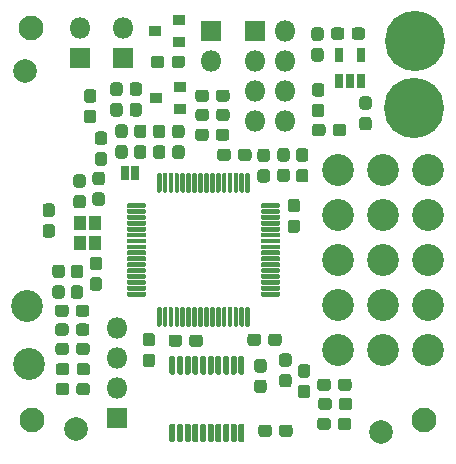
<source format=gts>
%TF.GenerationSoftware,KiCad,Pcbnew,(5.1.6-0-10_14)*%
%TF.CreationDate,2022-07-07T23:15:08-05:00*%
%TF.ProjectId,small_led_driver_v2,736d616c-6c5f-46c6-9564-5f6472697665,rev?*%
%TF.SameCoordinates,Original*%
%TF.FileFunction,Soldermask,Top*%
%TF.FilePolarity,Negative*%
%FSLAX46Y46*%
G04 Gerber Fmt 4.6, Leading zero omitted, Abs format (unit mm)*
G04 Created by KiCad (PCBNEW (5.1.6-0-10_14)) date 2022-07-07 23:15:08*
%MOMM*%
%LPD*%
G01*
G04 APERTURE LIST*
%ADD10C,2.700000*%
%ADD11O,1.800000X1.800000*%
%ADD12R,1.800000X1.800000*%
%ADD13C,5.100000*%
%ADD14R,1.000000X0.900000*%
%ADD15R,0.750000X1.160000*%
%ADD16R,0.675000X1.240000*%
%ADD17R,1.100000X1.300000*%
%ADD18C,2.100000*%
%ADD19C,2.000000*%
G04 APERTURE END LIST*
D10*
%TO.C,J13*%
X119806900Y-99585200D03*
%TD*%
%TO.C,J17*%
X119806900Y-107205200D03*
%TD*%
%TO.C,J19*%
X119806900Y-103395200D03*
%TD*%
%TO.C,J22*%
X119806900Y-95775200D03*
%TD*%
%TO.C,J23*%
X119806900Y-91965200D03*
%TD*%
%TO.C,C1*%
G36*
G01*
X95267500Y-101025000D02*
X95792500Y-101025000D01*
G75*
G02*
X96055000Y-101287500I0J-262500D01*
G01*
X96055000Y-101912500D01*
G75*
G02*
X95792500Y-102175000I-262500J0D01*
G01*
X95267500Y-102175000D01*
G75*
G02*
X95005000Y-101912500I0J262500D01*
G01*
X95005000Y-101287500D01*
G75*
G02*
X95267500Y-101025000I262500J0D01*
G01*
G37*
G36*
G01*
X95267500Y-99275000D02*
X95792500Y-99275000D01*
G75*
G02*
X96055000Y-99537500I0J-262500D01*
G01*
X96055000Y-100162500D01*
G75*
G02*
X95792500Y-100425000I-262500J0D01*
G01*
X95267500Y-100425000D01*
G75*
G02*
X95005000Y-100162500I0J262500D01*
G01*
X95005000Y-99537500D01*
G75*
G02*
X95267500Y-99275000I262500J0D01*
G01*
G37*
%TD*%
%TO.C,C2*%
G36*
G01*
X94402500Y-95200000D02*
X93877500Y-95200000D01*
G75*
G02*
X93615000Y-94937500I0J262500D01*
G01*
X93615000Y-94312500D01*
G75*
G02*
X93877500Y-94050000I262500J0D01*
G01*
X94402500Y-94050000D01*
G75*
G02*
X94665000Y-94312500I0J-262500D01*
G01*
X94665000Y-94937500D01*
G75*
G02*
X94402500Y-95200000I-262500J0D01*
G01*
G37*
G36*
G01*
X94402500Y-93450000D02*
X93877500Y-93450000D01*
G75*
G02*
X93615000Y-93187500I0J262500D01*
G01*
X93615000Y-92562500D01*
G75*
G02*
X93877500Y-92300000I262500J0D01*
G01*
X94402500Y-92300000D01*
G75*
G02*
X94665000Y-92562500I0J-262500D01*
G01*
X94665000Y-93187500D01*
G75*
G02*
X94402500Y-93450000I-262500J0D01*
G01*
G37*
%TD*%
%TO.C,C3*%
G36*
G01*
X97952500Y-90985000D02*
X97427500Y-90985000D01*
G75*
G02*
X97165000Y-90722500I0J262500D01*
G01*
X97165000Y-90097500D01*
G75*
G02*
X97427500Y-89835000I262500J0D01*
G01*
X97952500Y-89835000D01*
G75*
G02*
X98215000Y-90097500I0J-262500D01*
G01*
X98215000Y-90722500D01*
G75*
G02*
X97952500Y-90985000I-262500J0D01*
G01*
G37*
G36*
G01*
X97952500Y-89235000D02*
X97427500Y-89235000D01*
G75*
G02*
X97165000Y-88972500I0J262500D01*
G01*
X97165000Y-88347500D01*
G75*
G02*
X97427500Y-88085000I262500J0D01*
G01*
X97952500Y-88085000D01*
G75*
G02*
X98215000Y-88347500I0J-262500D01*
G01*
X98215000Y-88972500D01*
G75*
G02*
X97952500Y-89235000I-262500J0D01*
G01*
G37*
%TD*%
%TO.C,C4*%
G36*
G01*
X99542500Y-89245000D02*
X99017500Y-89245000D01*
G75*
G02*
X98755000Y-88982500I0J262500D01*
G01*
X98755000Y-88357500D01*
G75*
G02*
X99017500Y-88095000I262500J0D01*
G01*
X99542500Y-88095000D01*
G75*
G02*
X99805000Y-88357500I0J-262500D01*
G01*
X99805000Y-88982500D01*
G75*
G02*
X99542500Y-89245000I-262500J0D01*
G01*
G37*
G36*
G01*
X99542500Y-90995000D02*
X99017500Y-90995000D01*
G75*
G02*
X98755000Y-90732500I0J262500D01*
G01*
X98755000Y-90107500D01*
G75*
G02*
X99017500Y-89845000I262500J0D01*
G01*
X99542500Y-89845000D01*
G75*
G02*
X99805000Y-90107500I0J-262500D01*
G01*
X99805000Y-90732500D01*
G75*
G02*
X99542500Y-90995000I-262500J0D01*
G01*
G37*
%TD*%
%TO.C,C5*%
G36*
G01*
X109187500Y-107940000D02*
X109712500Y-107940000D01*
G75*
G02*
X109975000Y-108202500I0J-262500D01*
G01*
X109975000Y-108827500D01*
G75*
G02*
X109712500Y-109090000I-262500J0D01*
G01*
X109187500Y-109090000D01*
G75*
G02*
X108925000Y-108827500I0J262500D01*
G01*
X108925000Y-108202500D01*
G75*
G02*
X109187500Y-107940000I262500J0D01*
G01*
G37*
G36*
G01*
X109187500Y-109690000D02*
X109712500Y-109690000D01*
G75*
G02*
X109975000Y-109952500I0J-262500D01*
G01*
X109975000Y-110577500D01*
G75*
G02*
X109712500Y-110840000I-262500J0D01*
G01*
X109187500Y-110840000D01*
G75*
G02*
X108925000Y-110577500I0J262500D01*
G01*
X108925000Y-109952500D01*
G75*
G02*
X109187500Y-109690000I262500J0D01*
G01*
G37*
%TD*%
%TO.C,C6*%
G36*
G01*
X96218620Y-91579360D02*
X95693620Y-91579360D01*
G75*
G02*
X95431120Y-91316860I0J262500D01*
G01*
X95431120Y-90691860D01*
G75*
G02*
X95693620Y-90429360I262500J0D01*
G01*
X96218620Y-90429360D01*
G75*
G02*
X96481120Y-90691860I0J-262500D01*
G01*
X96481120Y-91316860D01*
G75*
G02*
X96218620Y-91579360I-262500J0D01*
G01*
G37*
G36*
G01*
X96218620Y-89829360D02*
X95693620Y-89829360D01*
G75*
G02*
X95431120Y-89566860I0J262500D01*
G01*
X95431120Y-88941860D01*
G75*
G02*
X95693620Y-88679360I262500J0D01*
G01*
X96218620Y-88679360D01*
G75*
G02*
X96481120Y-88941860I0J-262500D01*
G01*
X96481120Y-89566860D01*
G75*
G02*
X96218620Y-89829360I-262500J0D01*
G01*
G37*
%TD*%
%TO.C,C7*%
G36*
G01*
X111022380Y-114285640D02*
X111022380Y-113760640D01*
G75*
G02*
X111284880Y-113498140I262500J0D01*
G01*
X111909880Y-113498140D01*
G75*
G02*
X112172380Y-113760640I0J-262500D01*
G01*
X112172380Y-114285640D01*
G75*
G02*
X111909880Y-114548140I-262500J0D01*
G01*
X111284880Y-114548140D01*
G75*
G02*
X111022380Y-114285640I0J262500D01*
G01*
G37*
G36*
G01*
X109272380Y-114285640D02*
X109272380Y-113760640D01*
G75*
G02*
X109534880Y-113498140I262500J0D01*
G01*
X110159880Y-113498140D01*
G75*
G02*
X110422380Y-113760640I0J-262500D01*
G01*
X110422380Y-114285640D01*
G75*
G02*
X110159880Y-114548140I-262500J0D01*
G01*
X109534880Y-114548140D01*
G75*
G02*
X109272380Y-114285640I0J262500D01*
G01*
G37*
%TD*%
%TO.C,C8*%
G36*
G01*
X101142500Y-91005000D02*
X100617500Y-91005000D01*
G75*
G02*
X100355000Y-90742500I0J262500D01*
G01*
X100355000Y-90117500D01*
G75*
G02*
X100617500Y-89855000I262500J0D01*
G01*
X101142500Y-89855000D01*
G75*
G02*
X101405000Y-90117500I0J-262500D01*
G01*
X101405000Y-90742500D01*
G75*
G02*
X101142500Y-91005000I-262500J0D01*
G01*
G37*
G36*
G01*
X101142500Y-89255000D02*
X100617500Y-89255000D01*
G75*
G02*
X100355000Y-88992500I0J262500D01*
G01*
X100355000Y-88367500D01*
G75*
G02*
X100617500Y-88105000I262500J0D01*
G01*
X101142500Y-88105000D01*
G75*
G02*
X101405000Y-88367500I0J-262500D01*
G01*
X101405000Y-88992500D01*
G75*
G02*
X101142500Y-89255000I-262500J0D01*
G01*
G37*
%TD*%
%TO.C,C9*%
G36*
G01*
X103425000Y-106662500D02*
X103425000Y-106137500D01*
G75*
G02*
X103687500Y-105875000I262500J0D01*
G01*
X104312500Y-105875000D01*
G75*
G02*
X104575000Y-106137500I0J-262500D01*
G01*
X104575000Y-106662500D01*
G75*
G02*
X104312500Y-106925000I-262500J0D01*
G01*
X103687500Y-106925000D01*
G75*
G02*
X103425000Y-106662500I0J262500D01*
G01*
G37*
G36*
G01*
X101675000Y-106662500D02*
X101675000Y-106137500D01*
G75*
G02*
X101937500Y-105875000I262500J0D01*
G01*
X102562500Y-105875000D01*
G75*
G02*
X102825000Y-106137500I0J-262500D01*
G01*
X102825000Y-106662500D01*
G75*
G02*
X102562500Y-106925000I-262500J0D01*
G01*
X101937500Y-106925000D01*
G75*
G02*
X101675000Y-106662500I0J262500D01*
G01*
G37*
%TD*%
%TO.C,C10*%
G36*
G01*
X108355000Y-106582500D02*
X108355000Y-106057500D01*
G75*
G02*
X108617500Y-105795000I262500J0D01*
G01*
X109242500Y-105795000D01*
G75*
G02*
X109505000Y-106057500I0J-262500D01*
G01*
X109505000Y-106582500D01*
G75*
G02*
X109242500Y-106845000I-262500J0D01*
G01*
X108617500Y-106845000D01*
G75*
G02*
X108355000Y-106582500I0J262500D01*
G01*
G37*
G36*
G01*
X110105000Y-106582500D02*
X110105000Y-106057500D01*
G75*
G02*
X110367500Y-105795000I262500J0D01*
G01*
X110992500Y-105795000D01*
G75*
G02*
X111255000Y-106057500I0J-262500D01*
G01*
X111255000Y-106582500D01*
G75*
G02*
X110992500Y-106845000I-262500J0D01*
G01*
X110367500Y-106845000D01*
G75*
G02*
X110105000Y-106582500I0J262500D01*
G01*
G37*
%TD*%
%TO.C,C11*%
G36*
G01*
X99747500Y-107485000D02*
X100272500Y-107485000D01*
G75*
G02*
X100535000Y-107747500I0J-262500D01*
G01*
X100535000Y-108372500D01*
G75*
G02*
X100272500Y-108635000I-262500J0D01*
G01*
X99747500Y-108635000D01*
G75*
G02*
X99485000Y-108372500I0J262500D01*
G01*
X99485000Y-107747500D01*
G75*
G02*
X99747500Y-107485000I262500J0D01*
G01*
G37*
G36*
G01*
X99747500Y-105735000D02*
X100272500Y-105735000D01*
G75*
G02*
X100535000Y-105997500I0J-262500D01*
G01*
X100535000Y-106622500D01*
G75*
G02*
X100272500Y-106885000I-262500J0D01*
G01*
X99747500Y-106885000D01*
G75*
G02*
X99485000Y-106622500I0J262500D01*
G01*
X99485000Y-105997500D01*
G75*
G02*
X99747500Y-105735000I262500J0D01*
G01*
G37*
%TD*%
%TO.C,C12*%
G36*
G01*
X102772500Y-91010000D02*
X102247500Y-91010000D01*
G75*
G02*
X101985000Y-90747500I0J262500D01*
G01*
X101985000Y-90122500D01*
G75*
G02*
X102247500Y-89860000I262500J0D01*
G01*
X102772500Y-89860000D01*
G75*
G02*
X103035000Y-90122500I0J-262500D01*
G01*
X103035000Y-90747500D01*
G75*
G02*
X102772500Y-91010000I-262500J0D01*
G01*
G37*
G36*
G01*
X102772500Y-89260000D02*
X102247500Y-89260000D01*
G75*
G02*
X101985000Y-88997500I0J262500D01*
G01*
X101985000Y-88372500D01*
G75*
G02*
X102247500Y-88110000I262500J0D01*
G01*
X102772500Y-88110000D01*
G75*
G02*
X103035000Y-88372500I0J-262500D01*
G01*
X103035000Y-88997500D01*
G75*
G02*
X102772500Y-89260000I-262500J0D01*
G01*
G37*
%TD*%
%TO.C,C13*%
G36*
G01*
X117170000Y-80662500D02*
X117170000Y-80137500D01*
G75*
G02*
X117432500Y-79875000I262500J0D01*
G01*
X118057500Y-79875000D01*
G75*
G02*
X118320000Y-80137500I0J-262500D01*
G01*
X118320000Y-80662500D01*
G75*
G02*
X118057500Y-80925000I-262500J0D01*
G01*
X117432500Y-80925000D01*
G75*
G02*
X117170000Y-80662500I0J262500D01*
G01*
G37*
G36*
G01*
X115420000Y-80662500D02*
X115420000Y-80137500D01*
G75*
G02*
X115682500Y-79875000I262500J0D01*
G01*
X116307500Y-79875000D01*
G75*
G02*
X116570000Y-80137500I0J-262500D01*
G01*
X116570000Y-80662500D01*
G75*
G02*
X116307500Y-80925000I-262500J0D01*
G01*
X115682500Y-80925000D01*
G75*
G02*
X115420000Y-80662500I0J262500D01*
G01*
G37*
%TD*%
%TO.C,C14*%
G36*
G01*
X118087500Y-87445000D02*
X118612500Y-87445000D01*
G75*
G02*
X118875000Y-87707500I0J-262500D01*
G01*
X118875000Y-88332500D01*
G75*
G02*
X118612500Y-88595000I-262500J0D01*
G01*
X118087500Y-88595000D01*
G75*
G02*
X117825000Y-88332500I0J262500D01*
G01*
X117825000Y-87707500D01*
G75*
G02*
X118087500Y-87445000I262500J0D01*
G01*
G37*
G36*
G01*
X118087500Y-85695000D02*
X118612500Y-85695000D01*
G75*
G02*
X118875000Y-85957500I0J-262500D01*
G01*
X118875000Y-86582500D01*
G75*
G02*
X118612500Y-86845000I-262500J0D01*
G01*
X118087500Y-86845000D01*
G75*
G02*
X117825000Y-86582500I0J262500D01*
G01*
X117825000Y-85957500D01*
G75*
G02*
X118087500Y-85695000I262500J0D01*
G01*
G37*
%TD*%
%TO.C,C15*%
G36*
G01*
X112730500Y-90099000D02*
X113255500Y-90099000D01*
G75*
G02*
X113518000Y-90361500I0J-262500D01*
G01*
X113518000Y-90986500D01*
G75*
G02*
X113255500Y-91249000I-262500J0D01*
G01*
X112730500Y-91249000D01*
G75*
G02*
X112468000Y-90986500I0J262500D01*
G01*
X112468000Y-90361500D01*
G75*
G02*
X112730500Y-90099000I262500J0D01*
G01*
G37*
G36*
G01*
X112730500Y-91849000D02*
X113255500Y-91849000D01*
G75*
G02*
X113518000Y-92111500I0J-262500D01*
G01*
X113518000Y-92736500D01*
G75*
G02*
X113255500Y-92999000I-262500J0D01*
G01*
X112730500Y-92999000D01*
G75*
G02*
X112468000Y-92736500I0J262500D01*
G01*
X112468000Y-92111500D01*
G75*
G02*
X112730500Y-91849000I262500J0D01*
G01*
G37*
%TD*%
%TO.C,C16*%
G36*
G01*
X111142500Y-91830000D02*
X111667500Y-91830000D01*
G75*
G02*
X111930000Y-92092500I0J-262500D01*
G01*
X111930000Y-92717500D01*
G75*
G02*
X111667500Y-92980000I-262500J0D01*
G01*
X111142500Y-92980000D01*
G75*
G02*
X110880000Y-92717500I0J262500D01*
G01*
X110880000Y-92092500D01*
G75*
G02*
X111142500Y-91830000I262500J0D01*
G01*
G37*
G36*
G01*
X111142500Y-90080000D02*
X111667500Y-90080000D01*
G75*
G02*
X111930000Y-90342500I0J-262500D01*
G01*
X111930000Y-90967500D01*
G75*
G02*
X111667500Y-91230000I-262500J0D01*
G01*
X111142500Y-91230000D01*
G75*
G02*
X110880000Y-90967500I0J262500D01*
G01*
X110880000Y-90342500D01*
G75*
G02*
X111142500Y-90080000I262500J0D01*
G01*
G37*
%TD*%
%TO.C,C17*%
G36*
G01*
X114077500Y-84580000D02*
X114602500Y-84580000D01*
G75*
G02*
X114865000Y-84842500I0J-262500D01*
G01*
X114865000Y-85467500D01*
G75*
G02*
X114602500Y-85730000I-262500J0D01*
G01*
X114077500Y-85730000D01*
G75*
G02*
X113815000Y-85467500I0J262500D01*
G01*
X113815000Y-84842500D01*
G75*
G02*
X114077500Y-84580000I262500J0D01*
G01*
G37*
G36*
G01*
X114077500Y-86330000D02*
X114602500Y-86330000D01*
G75*
G02*
X114865000Y-86592500I0J-262500D01*
G01*
X114865000Y-87217500D01*
G75*
G02*
X114602500Y-87480000I-262500J0D01*
G01*
X114077500Y-87480000D01*
G75*
G02*
X113815000Y-87217500I0J262500D01*
G01*
X113815000Y-86592500D01*
G75*
G02*
X114077500Y-86330000I262500J0D01*
G01*
G37*
%TD*%
D11*
%TO.C,J3*%
X97309280Y-105287704D03*
X97309280Y-107827704D03*
X97309280Y-110367704D03*
D12*
X97309280Y-112907704D03*
%TD*%
D13*
%TO.C,J20*%
X122555000Y-80987900D03*
%TD*%
%TO.C,J21*%
X122491500Y-86702900D03*
%TD*%
D14*
%TO.C,Q1*%
X100563740Y-80155660D03*
X102563740Y-79205660D03*
X102563740Y-81105660D03*
%TD*%
%TO.C,Q2*%
X102608340Y-86774160D03*
X102608340Y-84874160D03*
X100608340Y-85824160D03*
%TD*%
%TO.C,R1*%
G36*
G01*
X107550000Y-90922500D02*
X107550000Y-90397500D01*
G75*
G02*
X107812500Y-90135000I262500J0D01*
G01*
X108437500Y-90135000D01*
G75*
G02*
X108700000Y-90397500I0J-262500D01*
G01*
X108700000Y-90922500D01*
G75*
G02*
X108437500Y-91185000I-262500J0D01*
G01*
X107812500Y-91185000D01*
G75*
G02*
X107550000Y-90922500I0J262500D01*
G01*
G37*
G36*
G01*
X105800000Y-90922500D02*
X105800000Y-90397500D01*
G75*
G02*
X106062500Y-90135000I262500J0D01*
G01*
X106687500Y-90135000D01*
G75*
G02*
X106950000Y-90397500I0J-262500D01*
G01*
X106950000Y-90922500D01*
G75*
G02*
X106687500Y-91185000I-262500J0D01*
G01*
X106062500Y-91185000D01*
G75*
G02*
X105800000Y-90922500I0J262500D01*
G01*
G37*
%TD*%
%TO.C,R2*%
G36*
G01*
X109467500Y-90125000D02*
X109992500Y-90125000D01*
G75*
G02*
X110255000Y-90387500I0J-262500D01*
G01*
X110255000Y-91012500D01*
G75*
G02*
X109992500Y-91275000I-262500J0D01*
G01*
X109467500Y-91275000D01*
G75*
G02*
X109205000Y-91012500I0J262500D01*
G01*
X109205000Y-90387500D01*
G75*
G02*
X109467500Y-90125000I262500J0D01*
G01*
G37*
G36*
G01*
X109467500Y-91875000D02*
X109992500Y-91875000D01*
G75*
G02*
X110255000Y-92137500I0J-262500D01*
G01*
X110255000Y-92762500D01*
G75*
G02*
X109992500Y-93025000I-262500J0D01*
G01*
X109467500Y-93025000D01*
G75*
G02*
X109205000Y-92762500I0J262500D01*
G01*
X109205000Y-92137500D01*
G75*
G02*
X109467500Y-91875000I262500J0D01*
G01*
G37*
%TD*%
%TO.C,R3*%
G36*
G01*
X95492960Y-92084260D02*
X96017960Y-92084260D01*
G75*
G02*
X96280460Y-92346760I0J-262500D01*
G01*
X96280460Y-92971760D01*
G75*
G02*
X96017960Y-93234260I-262500J0D01*
G01*
X95492960Y-93234260D01*
G75*
G02*
X95230460Y-92971760I0J262500D01*
G01*
X95230460Y-92346760D01*
G75*
G02*
X95492960Y-92084260I262500J0D01*
G01*
G37*
G36*
G01*
X95492960Y-93834260D02*
X96017960Y-93834260D01*
G75*
G02*
X96280460Y-94096760I0J-262500D01*
G01*
X96280460Y-94721760D01*
G75*
G02*
X96017960Y-94984260I-262500J0D01*
G01*
X95492960Y-94984260D01*
G75*
G02*
X95230460Y-94721760I0J262500D01*
G01*
X95230460Y-94096760D01*
G75*
G02*
X95492960Y-93834260I262500J0D01*
G01*
G37*
%TD*%
%TO.C,R4*%
G36*
G01*
X112545500Y-95535000D02*
X112020500Y-95535000D01*
G75*
G02*
X111758000Y-95272500I0J262500D01*
G01*
X111758000Y-94647500D01*
G75*
G02*
X112020500Y-94385000I262500J0D01*
G01*
X112545500Y-94385000D01*
G75*
G02*
X112808000Y-94647500I0J-262500D01*
G01*
X112808000Y-95272500D01*
G75*
G02*
X112545500Y-95535000I-262500J0D01*
G01*
G37*
G36*
G01*
X112545500Y-97285000D02*
X112020500Y-97285000D01*
G75*
G02*
X111758000Y-97022500I0J262500D01*
G01*
X111758000Y-96397500D01*
G75*
G02*
X112020500Y-96135000I262500J0D01*
G01*
X112545500Y-96135000D01*
G75*
G02*
X112808000Y-96397500I0J-262500D01*
G01*
X112808000Y-97022500D01*
G75*
G02*
X112545500Y-97285000I-262500J0D01*
G01*
G37*
%TD*%
%TO.C,R5*%
G36*
G01*
X105672900Y-89225140D02*
X105672900Y-88700140D01*
G75*
G02*
X105935400Y-88437640I262500J0D01*
G01*
X106560400Y-88437640D01*
G75*
G02*
X106822900Y-88700140I0J-262500D01*
G01*
X106822900Y-89225140D01*
G75*
G02*
X106560400Y-89487640I-262500J0D01*
G01*
X105935400Y-89487640D01*
G75*
G02*
X105672900Y-89225140I0J262500D01*
G01*
G37*
G36*
G01*
X103922900Y-89225140D02*
X103922900Y-88700140D01*
G75*
G02*
X104185400Y-88437640I262500J0D01*
G01*
X104810400Y-88437640D01*
G75*
G02*
X105072900Y-88700140I0J-262500D01*
G01*
X105072900Y-89225140D01*
G75*
G02*
X104810400Y-89487640I-262500J0D01*
G01*
X104185400Y-89487640D01*
G75*
G02*
X103922900Y-89225140I0J262500D01*
G01*
G37*
%TD*%
%TO.C,R6*%
G36*
G01*
X91266400Y-96527900D02*
X91791400Y-96527900D01*
G75*
G02*
X92053900Y-96790400I0J-262500D01*
G01*
X92053900Y-97415400D01*
G75*
G02*
X91791400Y-97677900I-262500J0D01*
G01*
X91266400Y-97677900D01*
G75*
G02*
X91003900Y-97415400I0J262500D01*
G01*
X91003900Y-96790400D01*
G75*
G02*
X91266400Y-96527900I262500J0D01*
G01*
G37*
G36*
G01*
X91266400Y-94777900D02*
X91791400Y-94777900D01*
G75*
G02*
X92053900Y-95040400I0J-262500D01*
G01*
X92053900Y-95665400D01*
G75*
G02*
X91791400Y-95927900I-262500J0D01*
G01*
X91266400Y-95927900D01*
G75*
G02*
X91003900Y-95665400I0J262500D01*
G01*
X91003900Y-95040400D01*
G75*
G02*
X91266400Y-94777900I262500J0D01*
G01*
G37*
%TD*%
%TO.C,R7*%
G36*
G01*
X92104600Y-99948100D02*
X92629600Y-99948100D01*
G75*
G02*
X92892100Y-100210600I0J-262500D01*
G01*
X92892100Y-100835600D01*
G75*
G02*
X92629600Y-101098100I-262500J0D01*
G01*
X92104600Y-101098100D01*
G75*
G02*
X91842100Y-100835600I0J262500D01*
G01*
X91842100Y-100210600D01*
G75*
G02*
X92104600Y-99948100I262500J0D01*
G01*
G37*
G36*
G01*
X92104600Y-101698100D02*
X92629600Y-101698100D01*
G75*
G02*
X92892100Y-101960600I0J-262500D01*
G01*
X92892100Y-102585600D01*
G75*
G02*
X92629600Y-102848100I-262500J0D01*
G01*
X92104600Y-102848100D01*
G75*
G02*
X91842100Y-102585600I0J262500D01*
G01*
X91842100Y-101960600D01*
G75*
G02*
X92104600Y-101698100I262500J0D01*
G01*
G37*
%TD*%
%TO.C,R10*%
G36*
G01*
X114965000Y-88297500D02*
X114965000Y-88822500D01*
G75*
G02*
X114702500Y-89085000I-262500J0D01*
G01*
X114077500Y-89085000D01*
G75*
G02*
X113815000Y-88822500I0J262500D01*
G01*
X113815000Y-88297500D01*
G75*
G02*
X114077500Y-88035000I262500J0D01*
G01*
X114702500Y-88035000D01*
G75*
G02*
X114965000Y-88297500I0J-262500D01*
G01*
G37*
G36*
G01*
X116715000Y-88297500D02*
X116715000Y-88822500D01*
G75*
G02*
X116452500Y-89085000I-262500J0D01*
G01*
X115827500Y-89085000D01*
G75*
G02*
X115565000Y-88822500I0J262500D01*
G01*
X115565000Y-88297500D01*
G75*
G02*
X115827500Y-88035000I262500J0D01*
G01*
X116452500Y-88035000D01*
G75*
G02*
X116715000Y-88297500I0J-262500D01*
G01*
G37*
%TD*%
%TO.C,R11*%
G36*
G01*
X93654000Y-101709500D02*
X94179000Y-101709500D01*
G75*
G02*
X94441500Y-101972000I0J-262500D01*
G01*
X94441500Y-102597000D01*
G75*
G02*
X94179000Y-102859500I-262500J0D01*
G01*
X93654000Y-102859500D01*
G75*
G02*
X93391500Y-102597000I0J262500D01*
G01*
X93391500Y-101972000D01*
G75*
G02*
X93654000Y-101709500I262500J0D01*
G01*
G37*
G36*
G01*
X93654000Y-99959500D02*
X94179000Y-99959500D01*
G75*
G02*
X94441500Y-100222000I0J-262500D01*
G01*
X94441500Y-100847000D01*
G75*
G02*
X94179000Y-101109500I-262500J0D01*
G01*
X93654000Y-101109500D01*
G75*
G02*
X93391500Y-100847000I0J262500D01*
G01*
X93391500Y-100222000D01*
G75*
G02*
X93654000Y-99959500I262500J0D01*
G01*
G37*
%TD*%
%TO.C,R12*%
G36*
G01*
X94961400Y-103598100D02*
X94961400Y-104123100D01*
G75*
G02*
X94698900Y-104385600I-262500J0D01*
G01*
X94073900Y-104385600D01*
G75*
G02*
X93811400Y-104123100I0J262500D01*
G01*
X93811400Y-103598100D01*
G75*
G02*
X94073900Y-103335600I262500J0D01*
G01*
X94698900Y-103335600D01*
G75*
G02*
X94961400Y-103598100I0J-262500D01*
G01*
G37*
G36*
G01*
X93211400Y-103598100D02*
X93211400Y-104123100D01*
G75*
G02*
X92948900Y-104385600I-262500J0D01*
G01*
X92323900Y-104385600D01*
G75*
G02*
X92061400Y-104123100I0J262500D01*
G01*
X92061400Y-103598100D01*
G75*
G02*
X92323900Y-103335600I262500J0D01*
G01*
X92948900Y-103335600D01*
G75*
G02*
X93211400Y-103598100I0J-262500D01*
G01*
G37*
%TD*%
%TO.C,R13*%
G36*
G01*
X103937900Y-85915140D02*
X103937900Y-85390140D01*
G75*
G02*
X104200400Y-85127640I262500J0D01*
G01*
X104825400Y-85127640D01*
G75*
G02*
X105087900Y-85390140I0J-262500D01*
G01*
X105087900Y-85915140D01*
G75*
G02*
X104825400Y-86177640I-262500J0D01*
G01*
X104200400Y-86177640D01*
G75*
G02*
X103937900Y-85915140I0J262500D01*
G01*
G37*
G36*
G01*
X105687900Y-85915140D02*
X105687900Y-85390140D01*
G75*
G02*
X105950400Y-85127640I262500J0D01*
G01*
X106575400Y-85127640D01*
G75*
G02*
X106837900Y-85390140I0J-262500D01*
G01*
X106837900Y-85915140D01*
G75*
G02*
X106575400Y-86177640I-262500J0D01*
G01*
X105950400Y-86177640D01*
G75*
G02*
X105687900Y-85915140I0J262500D01*
G01*
G37*
%TD*%
%TO.C,R14*%
G36*
G01*
X92098200Y-107356000D02*
X92098200Y-106831000D01*
G75*
G02*
X92360700Y-106568500I262500J0D01*
G01*
X92985700Y-106568500D01*
G75*
G02*
X93248200Y-106831000I0J-262500D01*
G01*
X93248200Y-107356000D01*
G75*
G02*
X92985700Y-107618500I-262500J0D01*
G01*
X92360700Y-107618500D01*
G75*
G02*
X92098200Y-107356000I0J262500D01*
G01*
G37*
G36*
G01*
X93848200Y-107356000D02*
X93848200Y-106831000D01*
G75*
G02*
X94110700Y-106568500I262500J0D01*
G01*
X94735700Y-106568500D01*
G75*
G02*
X94998200Y-106831000I0J-262500D01*
G01*
X94998200Y-107356000D01*
G75*
G02*
X94735700Y-107618500I-262500J0D01*
G01*
X94110700Y-107618500D01*
G75*
G02*
X93848200Y-107356000I0J262500D01*
G01*
G37*
%TD*%
%TO.C,R15*%
G36*
G01*
X93224100Y-105198300D02*
X93224100Y-105723300D01*
G75*
G02*
X92961600Y-105985800I-262500J0D01*
G01*
X92336600Y-105985800D01*
G75*
G02*
X92074100Y-105723300I0J262500D01*
G01*
X92074100Y-105198300D01*
G75*
G02*
X92336600Y-104935800I262500J0D01*
G01*
X92961600Y-104935800D01*
G75*
G02*
X93224100Y-105198300I0J-262500D01*
G01*
G37*
G36*
G01*
X94974100Y-105198300D02*
X94974100Y-105723300D01*
G75*
G02*
X94711600Y-105985800I-262500J0D01*
G01*
X94086600Y-105985800D01*
G75*
G02*
X93824100Y-105723300I0J262500D01*
G01*
X93824100Y-105198300D01*
G75*
G02*
X94086600Y-104935800I262500J0D01*
G01*
X94711600Y-104935800D01*
G75*
G02*
X94974100Y-105198300I0J-262500D01*
G01*
G37*
%TD*%
%TO.C,R16*%
G36*
G01*
X93883200Y-109066000D02*
X93883200Y-108541000D01*
G75*
G02*
X94145700Y-108278500I262500J0D01*
G01*
X94770700Y-108278500D01*
G75*
G02*
X95033200Y-108541000I0J-262500D01*
G01*
X95033200Y-109066000D01*
G75*
G02*
X94770700Y-109328500I-262500J0D01*
G01*
X94145700Y-109328500D01*
G75*
G02*
X93883200Y-109066000I0J262500D01*
G01*
G37*
G36*
G01*
X92133200Y-109066000D02*
X92133200Y-108541000D01*
G75*
G02*
X92395700Y-108278500I262500J0D01*
G01*
X93020700Y-108278500D01*
G75*
G02*
X93283200Y-108541000I0J-262500D01*
G01*
X93283200Y-109066000D01*
G75*
G02*
X93020700Y-109328500I-262500J0D01*
G01*
X92395700Y-109328500D01*
G75*
G02*
X92133200Y-109066000I0J262500D01*
G01*
G37*
%TD*%
%TO.C,R17*%
G36*
G01*
X95018200Y-110231000D02*
X95018200Y-110756000D01*
G75*
G02*
X94755700Y-111018500I-262500J0D01*
G01*
X94130700Y-111018500D01*
G75*
G02*
X93868200Y-110756000I0J262500D01*
G01*
X93868200Y-110231000D01*
G75*
G02*
X94130700Y-109968500I262500J0D01*
G01*
X94755700Y-109968500D01*
G75*
G02*
X95018200Y-110231000I0J-262500D01*
G01*
G37*
G36*
G01*
X93268200Y-110231000D02*
X93268200Y-110756000D01*
G75*
G02*
X93005700Y-111018500I-262500J0D01*
G01*
X92380700Y-111018500D01*
G75*
G02*
X92118200Y-110756000I0J262500D01*
G01*
X92118200Y-110231000D01*
G75*
G02*
X92380700Y-109968500I262500J0D01*
G01*
X93005700Y-109968500D01*
G75*
G02*
X93268200Y-110231000I0J-262500D01*
G01*
G37*
%TD*%
%TO.C,R18*%
G36*
G01*
X95296600Y-86249200D02*
X94771600Y-86249200D01*
G75*
G02*
X94509100Y-85986700I0J262500D01*
G01*
X94509100Y-85361700D01*
G75*
G02*
X94771600Y-85099200I262500J0D01*
G01*
X95296600Y-85099200D01*
G75*
G02*
X95559100Y-85361700I0J-262500D01*
G01*
X95559100Y-85986700D01*
G75*
G02*
X95296600Y-86249200I-262500J0D01*
G01*
G37*
G36*
G01*
X95296600Y-87999200D02*
X94771600Y-87999200D01*
G75*
G02*
X94509100Y-87736700I0J262500D01*
G01*
X94509100Y-87111700D01*
G75*
G02*
X94771600Y-86849200I262500J0D01*
G01*
X95296600Y-86849200D01*
G75*
G02*
X95559100Y-87111700I0J-262500D01*
G01*
X95559100Y-87736700D01*
G75*
G02*
X95296600Y-87999200I-262500J0D01*
G01*
G37*
%TD*%
%TO.C,R19*%
G36*
G01*
X100175400Y-83053800D02*
X100175400Y-82528800D01*
G75*
G02*
X100437900Y-82266300I262500J0D01*
G01*
X101062900Y-82266300D01*
G75*
G02*
X101325400Y-82528800I0J-262500D01*
G01*
X101325400Y-83053800D01*
G75*
G02*
X101062900Y-83316300I-262500J0D01*
G01*
X100437900Y-83316300D01*
G75*
G02*
X100175400Y-83053800I0J262500D01*
G01*
G37*
G36*
G01*
X101925400Y-83053800D02*
X101925400Y-82528800D01*
G75*
G02*
X102187900Y-82266300I262500J0D01*
G01*
X102812900Y-82266300D01*
G75*
G02*
X103075400Y-82528800I0J-262500D01*
G01*
X103075400Y-83053800D01*
G75*
G02*
X102812900Y-83316300I-262500J0D01*
G01*
X102187900Y-83316300D01*
G75*
G02*
X101925400Y-83053800I0J262500D01*
G01*
G37*
%TD*%
%TO.C,R20*%
G36*
G01*
X97520840Y-85674160D02*
X96995840Y-85674160D01*
G75*
G02*
X96733340Y-85411660I0J262500D01*
G01*
X96733340Y-84786660D01*
G75*
G02*
X96995840Y-84524160I262500J0D01*
G01*
X97520840Y-84524160D01*
G75*
G02*
X97783340Y-84786660I0J-262500D01*
G01*
X97783340Y-85411660D01*
G75*
G02*
X97520840Y-85674160I-262500J0D01*
G01*
G37*
G36*
G01*
X97520840Y-87424160D02*
X96995840Y-87424160D01*
G75*
G02*
X96733340Y-87161660I0J262500D01*
G01*
X96733340Y-86536660D01*
G75*
G02*
X96995840Y-86274160I262500J0D01*
G01*
X97520840Y-86274160D01*
G75*
G02*
X97783340Y-86536660I0J-262500D01*
G01*
X97783340Y-87161660D01*
G75*
G02*
X97520840Y-87424160I-262500J0D01*
G01*
G37*
%TD*%
%TO.C,R21*%
G36*
G01*
X98635840Y-84514160D02*
X99160840Y-84514160D01*
G75*
G02*
X99423340Y-84776660I0J-262500D01*
G01*
X99423340Y-85401660D01*
G75*
G02*
X99160840Y-85664160I-262500J0D01*
G01*
X98635840Y-85664160D01*
G75*
G02*
X98373340Y-85401660I0J262500D01*
G01*
X98373340Y-84776660D01*
G75*
G02*
X98635840Y-84514160I262500J0D01*
G01*
G37*
G36*
G01*
X98635840Y-86264160D02*
X99160840Y-86264160D01*
G75*
G02*
X99423340Y-86526660I0J-262500D01*
G01*
X99423340Y-87151660D01*
G75*
G02*
X99160840Y-87414160I-262500J0D01*
G01*
X98635840Y-87414160D01*
G75*
G02*
X98373340Y-87151660I0J262500D01*
G01*
X98373340Y-86526660D01*
G75*
G02*
X98635840Y-86264160I262500J0D01*
G01*
G37*
%TD*%
D12*
%TO.C,SW1*%
X105300780Y-80149700D03*
D11*
X105300780Y-82689700D03*
%TD*%
%TO.C,U1*%
G36*
G01*
X107722352Y-107684631D02*
X107972352Y-107684631D01*
G75*
G02*
X108097352Y-107809631I0J-125000D01*
G01*
X108097352Y-109134631D01*
G75*
G02*
X107972352Y-109259631I-125000J0D01*
G01*
X107722352Y-109259631D01*
G75*
G02*
X107597352Y-109134631I0J125000D01*
G01*
X107597352Y-107809631D01*
G75*
G02*
X107722352Y-107684631I125000J0D01*
G01*
G37*
G36*
G01*
X107072352Y-107684631D02*
X107322352Y-107684631D01*
G75*
G02*
X107447352Y-107809631I0J-125000D01*
G01*
X107447352Y-109134631D01*
G75*
G02*
X107322352Y-109259631I-125000J0D01*
G01*
X107072352Y-109259631D01*
G75*
G02*
X106947352Y-109134631I0J125000D01*
G01*
X106947352Y-107809631D01*
G75*
G02*
X107072352Y-107684631I125000J0D01*
G01*
G37*
G36*
G01*
X106422352Y-107684631D02*
X106672352Y-107684631D01*
G75*
G02*
X106797352Y-107809631I0J-125000D01*
G01*
X106797352Y-109134631D01*
G75*
G02*
X106672352Y-109259631I-125000J0D01*
G01*
X106422352Y-109259631D01*
G75*
G02*
X106297352Y-109134631I0J125000D01*
G01*
X106297352Y-107809631D01*
G75*
G02*
X106422352Y-107684631I125000J0D01*
G01*
G37*
G36*
G01*
X105772352Y-107684631D02*
X106022352Y-107684631D01*
G75*
G02*
X106147352Y-107809631I0J-125000D01*
G01*
X106147352Y-109134631D01*
G75*
G02*
X106022352Y-109259631I-125000J0D01*
G01*
X105772352Y-109259631D01*
G75*
G02*
X105647352Y-109134631I0J125000D01*
G01*
X105647352Y-107809631D01*
G75*
G02*
X105772352Y-107684631I125000J0D01*
G01*
G37*
G36*
G01*
X105122352Y-107684631D02*
X105372352Y-107684631D01*
G75*
G02*
X105497352Y-107809631I0J-125000D01*
G01*
X105497352Y-109134631D01*
G75*
G02*
X105372352Y-109259631I-125000J0D01*
G01*
X105122352Y-109259631D01*
G75*
G02*
X104997352Y-109134631I0J125000D01*
G01*
X104997352Y-107809631D01*
G75*
G02*
X105122352Y-107684631I125000J0D01*
G01*
G37*
G36*
G01*
X104472352Y-107684631D02*
X104722352Y-107684631D01*
G75*
G02*
X104847352Y-107809631I0J-125000D01*
G01*
X104847352Y-109134631D01*
G75*
G02*
X104722352Y-109259631I-125000J0D01*
G01*
X104472352Y-109259631D01*
G75*
G02*
X104347352Y-109134631I0J125000D01*
G01*
X104347352Y-107809631D01*
G75*
G02*
X104472352Y-107684631I125000J0D01*
G01*
G37*
G36*
G01*
X103822352Y-107684631D02*
X104072352Y-107684631D01*
G75*
G02*
X104197352Y-107809631I0J-125000D01*
G01*
X104197352Y-109134631D01*
G75*
G02*
X104072352Y-109259631I-125000J0D01*
G01*
X103822352Y-109259631D01*
G75*
G02*
X103697352Y-109134631I0J125000D01*
G01*
X103697352Y-107809631D01*
G75*
G02*
X103822352Y-107684631I125000J0D01*
G01*
G37*
G36*
G01*
X103172352Y-107684631D02*
X103422352Y-107684631D01*
G75*
G02*
X103547352Y-107809631I0J-125000D01*
G01*
X103547352Y-109134631D01*
G75*
G02*
X103422352Y-109259631I-125000J0D01*
G01*
X103172352Y-109259631D01*
G75*
G02*
X103047352Y-109134631I0J125000D01*
G01*
X103047352Y-107809631D01*
G75*
G02*
X103172352Y-107684631I125000J0D01*
G01*
G37*
G36*
G01*
X102522352Y-107684631D02*
X102772352Y-107684631D01*
G75*
G02*
X102897352Y-107809631I0J-125000D01*
G01*
X102897352Y-109134631D01*
G75*
G02*
X102772352Y-109259631I-125000J0D01*
G01*
X102522352Y-109259631D01*
G75*
G02*
X102397352Y-109134631I0J125000D01*
G01*
X102397352Y-107809631D01*
G75*
G02*
X102522352Y-107684631I125000J0D01*
G01*
G37*
G36*
G01*
X101872352Y-107684631D02*
X102122352Y-107684631D01*
G75*
G02*
X102247352Y-107809631I0J-125000D01*
G01*
X102247352Y-109134631D01*
G75*
G02*
X102122352Y-109259631I-125000J0D01*
G01*
X101872352Y-109259631D01*
G75*
G02*
X101747352Y-109134631I0J125000D01*
G01*
X101747352Y-107809631D01*
G75*
G02*
X101872352Y-107684631I125000J0D01*
G01*
G37*
G36*
G01*
X101872352Y-113409631D02*
X102122352Y-113409631D01*
G75*
G02*
X102247352Y-113534631I0J-125000D01*
G01*
X102247352Y-114859631D01*
G75*
G02*
X102122352Y-114984631I-125000J0D01*
G01*
X101872352Y-114984631D01*
G75*
G02*
X101747352Y-114859631I0J125000D01*
G01*
X101747352Y-113534631D01*
G75*
G02*
X101872352Y-113409631I125000J0D01*
G01*
G37*
G36*
G01*
X102522352Y-113409631D02*
X102772352Y-113409631D01*
G75*
G02*
X102897352Y-113534631I0J-125000D01*
G01*
X102897352Y-114859631D01*
G75*
G02*
X102772352Y-114984631I-125000J0D01*
G01*
X102522352Y-114984631D01*
G75*
G02*
X102397352Y-114859631I0J125000D01*
G01*
X102397352Y-113534631D01*
G75*
G02*
X102522352Y-113409631I125000J0D01*
G01*
G37*
G36*
G01*
X103172352Y-113409631D02*
X103422352Y-113409631D01*
G75*
G02*
X103547352Y-113534631I0J-125000D01*
G01*
X103547352Y-114859631D01*
G75*
G02*
X103422352Y-114984631I-125000J0D01*
G01*
X103172352Y-114984631D01*
G75*
G02*
X103047352Y-114859631I0J125000D01*
G01*
X103047352Y-113534631D01*
G75*
G02*
X103172352Y-113409631I125000J0D01*
G01*
G37*
G36*
G01*
X103822352Y-113409631D02*
X104072352Y-113409631D01*
G75*
G02*
X104197352Y-113534631I0J-125000D01*
G01*
X104197352Y-114859631D01*
G75*
G02*
X104072352Y-114984631I-125000J0D01*
G01*
X103822352Y-114984631D01*
G75*
G02*
X103697352Y-114859631I0J125000D01*
G01*
X103697352Y-113534631D01*
G75*
G02*
X103822352Y-113409631I125000J0D01*
G01*
G37*
G36*
G01*
X104472352Y-113409631D02*
X104722352Y-113409631D01*
G75*
G02*
X104847352Y-113534631I0J-125000D01*
G01*
X104847352Y-114859631D01*
G75*
G02*
X104722352Y-114984631I-125000J0D01*
G01*
X104472352Y-114984631D01*
G75*
G02*
X104347352Y-114859631I0J125000D01*
G01*
X104347352Y-113534631D01*
G75*
G02*
X104472352Y-113409631I125000J0D01*
G01*
G37*
G36*
G01*
X105122352Y-113409631D02*
X105372352Y-113409631D01*
G75*
G02*
X105497352Y-113534631I0J-125000D01*
G01*
X105497352Y-114859631D01*
G75*
G02*
X105372352Y-114984631I-125000J0D01*
G01*
X105122352Y-114984631D01*
G75*
G02*
X104997352Y-114859631I0J125000D01*
G01*
X104997352Y-113534631D01*
G75*
G02*
X105122352Y-113409631I125000J0D01*
G01*
G37*
G36*
G01*
X105772352Y-113409631D02*
X106022352Y-113409631D01*
G75*
G02*
X106147352Y-113534631I0J-125000D01*
G01*
X106147352Y-114859631D01*
G75*
G02*
X106022352Y-114984631I-125000J0D01*
G01*
X105772352Y-114984631D01*
G75*
G02*
X105647352Y-114859631I0J125000D01*
G01*
X105647352Y-113534631D01*
G75*
G02*
X105772352Y-113409631I125000J0D01*
G01*
G37*
G36*
G01*
X106422352Y-113409631D02*
X106672352Y-113409631D01*
G75*
G02*
X106797352Y-113534631I0J-125000D01*
G01*
X106797352Y-114859631D01*
G75*
G02*
X106672352Y-114984631I-125000J0D01*
G01*
X106422352Y-114984631D01*
G75*
G02*
X106297352Y-114859631I0J125000D01*
G01*
X106297352Y-113534631D01*
G75*
G02*
X106422352Y-113409631I125000J0D01*
G01*
G37*
G36*
G01*
X107072352Y-113409631D02*
X107322352Y-113409631D01*
G75*
G02*
X107447352Y-113534631I0J-125000D01*
G01*
X107447352Y-114859631D01*
G75*
G02*
X107322352Y-114984631I-125000J0D01*
G01*
X107072352Y-114984631D01*
G75*
G02*
X106947352Y-114859631I0J125000D01*
G01*
X106947352Y-113534631D01*
G75*
G02*
X107072352Y-113409631I125000J0D01*
G01*
G37*
G36*
G01*
X107722352Y-113409631D02*
X107972352Y-113409631D01*
G75*
G02*
X108097352Y-113534631I0J-125000D01*
G01*
X108097352Y-114859631D01*
G75*
G02*
X107972352Y-114984631I-125000J0D01*
G01*
X107722352Y-114984631D01*
G75*
G02*
X107597352Y-114859631I0J125000D01*
G01*
X107597352Y-113534631D01*
G75*
G02*
X107722352Y-113409631I125000J0D01*
G01*
G37*
%TD*%
%TO.C,U2*%
G36*
G01*
X98130000Y-95055000D02*
X98130000Y-94855000D01*
G75*
G02*
X98230000Y-94755000I100000J0D01*
G01*
X99680000Y-94755000D01*
G75*
G02*
X99780000Y-94855000I0J-100000D01*
G01*
X99780000Y-95055000D01*
G75*
G02*
X99680000Y-95155000I-100000J0D01*
G01*
X98230000Y-95155000D01*
G75*
G02*
X98130000Y-95055000I0J100000D01*
G01*
G37*
G36*
G01*
X98130000Y-95555000D02*
X98130000Y-95355000D01*
G75*
G02*
X98230000Y-95255000I100000J0D01*
G01*
X99680000Y-95255000D01*
G75*
G02*
X99780000Y-95355000I0J-100000D01*
G01*
X99780000Y-95555000D01*
G75*
G02*
X99680000Y-95655000I-100000J0D01*
G01*
X98230000Y-95655000D01*
G75*
G02*
X98130000Y-95555000I0J100000D01*
G01*
G37*
G36*
G01*
X98130000Y-96055000D02*
X98130000Y-95855000D01*
G75*
G02*
X98230000Y-95755000I100000J0D01*
G01*
X99680000Y-95755000D01*
G75*
G02*
X99780000Y-95855000I0J-100000D01*
G01*
X99780000Y-96055000D01*
G75*
G02*
X99680000Y-96155000I-100000J0D01*
G01*
X98230000Y-96155000D01*
G75*
G02*
X98130000Y-96055000I0J100000D01*
G01*
G37*
G36*
G01*
X98130000Y-96555000D02*
X98130000Y-96355000D01*
G75*
G02*
X98230000Y-96255000I100000J0D01*
G01*
X99680000Y-96255000D01*
G75*
G02*
X99780000Y-96355000I0J-100000D01*
G01*
X99780000Y-96555000D01*
G75*
G02*
X99680000Y-96655000I-100000J0D01*
G01*
X98230000Y-96655000D01*
G75*
G02*
X98130000Y-96555000I0J100000D01*
G01*
G37*
G36*
G01*
X98130000Y-97055000D02*
X98130000Y-96855000D01*
G75*
G02*
X98230000Y-96755000I100000J0D01*
G01*
X99680000Y-96755000D01*
G75*
G02*
X99780000Y-96855000I0J-100000D01*
G01*
X99780000Y-97055000D01*
G75*
G02*
X99680000Y-97155000I-100000J0D01*
G01*
X98230000Y-97155000D01*
G75*
G02*
X98130000Y-97055000I0J100000D01*
G01*
G37*
G36*
G01*
X98130000Y-97555000D02*
X98130000Y-97355000D01*
G75*
G02*
X98230000Y-97255000I100000J0D01*
G01*
X99680000Y-97255000D01*
G75*
G02*
X99780000Y-97355000I0J-100000D01*
G01*
X99780000Y-97555000D01*
G75*
G02*
X99680000Y-97655000I-100000J0D01*
G01*
X98230000Y-97655000D01*
G75*
G02*
X98130000Y-97555000I0J100000D01*
G01*
G37*
G36*
G01*
X98130000Y-98055000D02*
X98130000Y-97855000D01*
G75*
G02*
X98230000Y-97755000I100000J0D01*
G01*
X99680000Y-97755000D01*
G75*
G02*
X99780000Y-97855000I0J-100000D01*
G01*
X99780000Y-98055000D01*
G75*
G02*
X99680000Y-98155000I-100000J0D01*
G01*
X98230000Y-98155000D01*
G75*
G02*
X98130000Y-98055000I0J100000D01*
G01*
G37*
G36*
G01*
X98130000Y-98555000D02*
X98130000Y-98355000D01*
G75*
G02*
X98230000Y-98255000I100000J0D01*
G01*
X99680000Y-98255000D01*
G75*
G02*
X99780000Y-98355000I0J-100000D01*
G01*
X99780000Y-98555000D01*
G75*
G02*
X99680000Y-98655000I-100000J0D01*
G01*
X98230000Y-98655000D01*
G75*
G02*
X98130000Y-98555000I0J100000D01*
G01*
G37*
G36*
G01*
X98130000Y-99055000D02*
X98130000Y-98855000D01*
G75*
G02*
X98230000Y-98755000I100000J0D01*
G01*
X99680000Y-98755000D01*
G75*
G02*
X99780000Y-98855000I0J-100000D01*
G01*
X99780000Y-99055000D01*
G75*
G02*
X99680000Y-99155000I-100000J0D01*
G01*
X98230000Y-99155000D01*
G75*
G02*
X98130000Y-99055000I0J100000D01*
G01*
G37*
G36*
G01*
X98130000Y-99555000D02*
X98130000Y-99355000D01*
G75*
G02*
X98230000Y-99255000I100000J0D01*
G01*
X99680000Y-99255000D01*
G75*
G02*
X99780000Y-99355000I0J-100000D01*
G01*
X99780000Y-99555000D01*
G75*
G02*
X99680000Y-99655000I-100000J0D01*
G01*
X98230000Y-99655000D01*
G75*
G02*
X98130000Y-99555000I0J100000D01*
G01*
G37*
G36*
G01*
X98130000Y-100055000D02*
X98130000Y-99855000D01*
G75*
G02*
X98230000Y-99755000I100000J0D01*
G01*
X99680000Y-99755000D01*
G75*
G02*
X99780000Y-99855000I0J-100000D01*
G01*
X99780000Y-100055000D01*
G75*
G02*
X99680000Y-100155000I-100000J0D01*
G01*
X98230000Y-100155000D01*
G75*
G02*
X98130000Y-100055000I0J100000D01*
G01*
G37*
G36*
G01*
X98130000Y-100555000D02*
X98130000Y-100355000D01*
G75*
G02*
X98230000Y-100255000I100000J0D01*
G01*
X99680000Y-100255000D01*
G75*
G02*
X99780000Y-100355000I0J-100000D01*
G01*
X99780000Y-100555000D01*
G75*
G02*
X99680000Y-100655000I-100000J0D01*
G01*
X98230000Y-100655000D01*
G75*
G02*
X98130000Y-100555000I0J100000D01*
G01*
G37*
G36*
G01*
X98130000Y-101055000D02*
X98130000Y-100855000D01*
G75*
G02*
X98230000Y-100755000I100000J0D01*
G01*
X99680000Y-100755000D01*
G75*
G02*
X99780000Y-100855000I0J-100000D01*
G01*
X99780000Y-101055000D01*
G75*
G02*
X99680000Y-101155000I-100000J0D01*
G01*
X98230000Y-101155000D01*
G75*
G02*
X98130000Y-101055000I0J100000D01*
G01*
G37*
G36*
G01*
X98130000Y-101555000D02*
X98130000Y-101355000D01*
G75*
G02*
X98230000Y-101255000I100000J0D01*
G01*
X99680000Y-101255000D01*
G75*
G02*
X99780000Y-101355000I0J-100000D01*
G01*
X99780000Y-101555000D01*
G75*
G02*
X99680000Y-101655000I-100000J0D01*
G01*
X98230000Y-101655000D01*
G75*
G02*
X98130000Y-101555000I0J100000D01*
G01*
G37*
G36*
G01*
X98130000Y-102055000D02*
X98130000Y-101855000D01*
G75*
G02*
X98230000Y-101755000I100000J0D01*
G01*
X99680000Y-101755000D01*
G75*
G02*
X99780000Y-101855000I0J-100000D01*
G01*
X99780000Y-102055000D01*
G75*
G02*
X99680000Y-102155000I-100000J0D01*
G01*
X98230000Y-102155000D01*
G75*
G02*
X98130000Y-102055000I0J100000D01*
G01*
G37*
G36*
G01*
X98130000Y-102555000D02*
X98130000Y-102355000D01*
G75*
G02*
X98230000Y-102255000I100000J0D01*
G01*
X99680000Y-102255000D01*
G75*
G02*
X99780000Y-102355000I0J-100000D01*
G01*
X99780000Y-102555000D01*
G75*
G02*
X99680000Y-102655000I-100000J0D01*
G01*
X98230000Y-102655000D01*
G75*
G02*
X98130000Y-102555000I0J100000D01*
G01*
G37*
G36*
G01*
X100680000Y-105105000D02*
X100680000Y-103655000D01*
G75*
G02*
X100780000Y-103555000I100000J0D01*
G01*
X100980000Y-103555000D01*
G75*
G02*
X101080000Y-103655000I0J-100000D01*
G01*
X101080000Y-105105000D01*
G75*
G02*
X100980000Y-105205000I-100000J0D01*
G01*
X100780000Y-105205000D01*
G75*
G02*
X100680000Y-105105000I0J100000D01*
G01*
G37*
G36*
G01*
X101180000Y-105105000D02*
X101180000Y-103655000D01*
G75*
G02*
X101280000Y-103555000I100000J0D01*
G01*
X101480000Y-103555000D01*
G75*
G02*
X101580000Y-103655000I0J-100000D01*
G01*
X101580000Y-105105000D01*
G75*
G02*
X101480000Y-105205000I-100000J0D01*
G01*
X101280000Y-105205000D01*
G75*
G02*
X101180000Y-105105000I0J100000D01*
G01*
G37*
G36*
G01*
X101680000Y-105105000D02*
X101680000Y-103655000D01*
G75*
G02*
X101780000Y-103555000I100000J0D01*
G01*
X101980000Y-103555000D01*
G75*
G02*
X102080000Y-103655000I0J-100000D01*
G01*
X102080000Y-105105000D01*
G75*
G02*
X101980000Y-105205000I-100000J0D01*
G01*
X101780000Y-105205000D01*
G75*
G02*
X101680000Y-105105000I0J100000D01*
G01*
G37*
G36*
G01*
X102180000Y-105105000D02*
X102180000Y-103655000D01*
G75*
G02*
X102280000Y-103555000I100000J0D01*
G01*
X102480000Y-103555000D01*
G75*
G02*
X102580000Y-103655000I0J-100000D01*
G01*
X102580000Y-105105000D01*
G75*
G02*
X102480000Y-105205000I-100000J0D01*
G01*
X102280000Y-105205000D01*
G75*
G02*
X102180000Y-105105000I0J100000D01*
G01*
G37*
G36*
G01*
X102680000Y-105105000D02*
X102680000Y-103655000D01*
G75*
G02*
X102780000Y-103555000I100000J0D01*
G01*
X102980000Y-103555000D01*
G75*
G02*
X103080000Y-103655000I0J-100000D01*
G01*
X103080000Y-105105000D01*
G75*
G02*
X102980000Y-105205000I-100000J0D01*
G01*
X102780000Y-105205000D01*
G75*
G02*
X102680000Y-105105000I0J100000D01*
G01*
G37*
G36*
G01*
X103180000Y-105105000D02*
X103180000Y-103655000D01*
G75*
G02*
X103280000Y-103555000I100000J0D01*
G01*
X103480000Y-103555000D01*
G75*
G02*
X103580000Y-103655000I0J-100000D01*
G01*
X103580000Y-105105000D01*
G75*
G02*
X103480000Y-105205000I-100000J0D01*
G01*
X103280000Y-105205000D01*
G75*
G02*
X103180000Y-105105000I0J100000D01*
G01*
G37*
G36*
G01*
X103680000Y-105105000D02*
X103680000Y-103655000D01*
G75*
G02*
X103780000Y-103555000I100000J0D01*
G01*
X103980000Y-103555000D01*
G75*
G02*
X104080000Y-103655000I0J-100000D01*
G01*
X104080000Y-105105000D01*
G75*
G02*
X103980000Y-105205000I-100000J0D01*
G01*
X103780000Y-105205000D01*
G75*
G02*
X103680000Y-105105000I0J100000D01*
G01*
G37*
G36*
G01*
X104180000Y-105105000D02*
X104180000Y-103655000D01*
G75*
G02*
X104280000Y-103555000I100000J0D01*
G01*
X104480000Y-103555000D01*
G75*
G02*
X104580000Y-103655000I0J-100000D01*
G01*
X104580000Y-105105000D01*
G75*
G02*
X104480000Y-105205000I-100000J0D01*
G01*
X104280000Y-105205000D01*
G75*
G02*
X104180000Y-105105000I0J100000D01*
G01*
G37*
G36*
G01*
X104680000Y-105105000D02*
X104680000Y-103655000D01*
G75*
G02*
X104780000Y-103555000I100000J0D01*
G01*
X104980000Y-103555000D01*
G75*
G02*
X105080000Y-103655000I0J-100000D01*
G01*
X105080000Y-105105000D01*
G75*
G02*
X104980000Y-105205000I-100000J0D01*
G01*
X104780000Y-105205000D01*
G75*
G02*
X104680000Y-105105000I0J100000D01*
G01*
G37*
G36*
G01*
X105180000Y-105105000D02*
X105180000Y-103655000D01*
G75*
G02*
X105280000Y-103555000I100000J0D01*
G01*
X105480000Y-103555000D01*
G75*
G02*
X105580000Y-103655000I0J-100000D01*
G01*
X105580000Y-105105000D01*
G75*
G02*
X105480000Y-105205000I-100000J0D01*
G01*
X105280000Y-105205000D01*
G75*
G02*
X105180000Y-105105000I0J100000D01*
G01*
G37*
G36*
G01*
X105680000Y-105105000D02*
X105680000Y-103655000D01*
G75*
G02*
X105780000Y-103555000I100000J0D01*
G01*
X105980000Y-103555000D01*
G75*
G02*
X106080000Y-103655000I0J-100000D01*
G01*
X106080000Y-105105000D01*
G75*
G02*
X105980000Y-105205000I-100000J0D01*
G01*
X105780000Y-105205000D01*
G75*
G02*
X105680000Y-105105000I0J100000D01*
G01*
G37*
G36*
G01*
X106180000Y-105105000D02*
X106180000Y-103655000D01*
G75*
G02*
X106280000Y-103555000I100000J0D01*
G01*
X106480000Y-103555000D01*
G75*
G02*
X106580000Y-103655000I0J-100000D01*
G01*
X106580000Y-105105000D01*
G75*
G02*
X106480000Y-105205000I-100000J0D01*
G01*
X106280000Y-105205000D01*
G75*
G02*
X106180000Y-105105000I0J100000D01*
G01*
G37*
G36*
G01*
X106680000Y-105105000D02*
X106680000Y-103655000D01*
G75*
G02*
X106780000Y-103555000I100000J0D01*
G01*
X106980000Y-103555000D01*
G75*
G02*
X107080000Y-103655000I0J-100000D01*
G01*
X107080000Y-105105000D01*
G75*
G02*
X106980000Y-105205000I-100000J0D01*
G01*
X106780000Y-105205000D01*
G75*
G02*
X106680000Y-105105000I0J100000D01*
G01*
G37*
G36*
G01*
X107180000Y-105105000D02*
X107180000Y-103655000D01*
G75*
G02*
X107280000Y-103555000I100000J0D01*
G01*
X107480000Y-103555000D01*
G75*
G02*
X107580000Y-103655000I0J-100000D01*
G01*
X107580000Y-105105000D01*
G75*
G02*
X107480000Y-105205000I-100000J0D01*
G01*
X107280000Y-105205000D01*
G75*
G02*
X107180000Y-105105000I0J100000D01*
G01*
G37*
G36*
G01*
X107680000Y-105105000D02*
X107680000Y-103655000D01*
G75*
G02*
X107780000Y-103555000I100000J0D01*
G01*
X107980000Y-103555000D01*
G75*
G02*
X108080000Y-103655000I0J-100000D01*
G01*
X108080000Y-105105000D01*
G75*
G02*
X107980000Y-105205000I-100000J0D01*
G01*
X107780000Y-105205000D01*
G75*
G02*
X107680000Y-105105000I0J100000D01*
G01*
G37*
G36*
G01*
X108180000Y-105105000D02*
X108180000Y-103655000D01*
G75*
G02*
X108280000Y-103555000I100000J0D01*
G01*
X108480000Y-103555000D01*
G75*
G02*
X108580000Y-103655000I0J-100000D01*
G01*
X108580000Y-105105000D01*
G75*
G02*
X108480000Y-105205000I-100000J0D01*
G01*
X108280000Y-105205000D01*
G75*
G02*
X108180000Y-105105000I0J100000D01*
G01*
G37*
G36*
G01*
X109480000Y-102555000D02*
X109480000Y-102355000D01*
G75*
G02*
X109580000Y-102255000I100000J0D01*
G01*
X111030000Y-102255000D01*
G75*
G02*
X111130000Y-102355000I0J-100000D01*
G01*
X111130000Y-102555000D01*
G75*
G02*
X111030000Y-102655000I-100000J0D01*
G01*
X109580000Y-102655000D01*
G75*
G02*
X109480000Y-102555000I0J100000D01*
G01*
G37*
G36*
G01*
X109480000Y-102055000D02*
X109480000Y-101855000D01*
G75*
G02*
X109580000Y-101755000I100000J0D01*
G01*
X111030000Y-101755000D01*
G75*
G02*
X111130000Y-101855000I0J-100000D01*
G01*
X111130000Y-102055000D01*
G75*
G02*
X111030000Y-102155000I-100000J0D01*
G01*
X109580000Y-102155000D01*
G75*
G02*
X109480000Y-102055000I0J100000D01*
G01*
G37*
G36*
G01*
X109480000Y-101555000D02*
X109480000Y-101355000D01*
G75*
G02*
X109580000Y-101255000I100000J0D01*
G01*
X111030000Y-101255000D01*
G75*
G02*
X111130000Y-101355000I0J-100000D01*
G01*
X111130000Y-101555000D01*
G75*
G02*
X111030000Y-101655000I-100000J0D01*
G01*
X109580000Y-101655000D01*
G75*
G02*
X109480000Y-101555000I0J100000D01*
G01*
G37*
G36*
G01*
X109480000Y-101055000D02*
X109480000Y-100855000D01*
G75*
G02*
X109580000Y-100755000I100000J0D01*
G01*
X111030000Y-100755000D01*
G75*
G02*
X111130000Y-100855000I0J-100000D01*
G01*
X111130000Y-101055000D01*
G75*
G02*
X111030000Y-101155000I-100000J0D01*
G01*
X109580000Y-101155000D01*
G75*
G02*
X109480000Y-101055000I0J100000D01*
G01*
G37*
G36*
G01*
X109480000Y-100555000D02*
X109480000Y-100355000D01*
G75*
G02*
X109580000Y-100255000I100000J0D01*
G01*
X111030000Y-100255000D01*
G75*
G02*
X111130000Y-100355000I0J-100000D01*
G01*
X111130000Y-100555000D01*
G75*
G02*
X111030000Y-100655000I-100000J0D01*
G01*
X109580000Y-100655000D01*
G75*
G02*
X109480000Y-100555000I0J100000D01*
G01*
G37*
G36*
G01*
X109480000Y-100055000D02*
X109480000Y-99855000D01*
G75*
G02*
X109580000Y-99755000I100000J0D01*
G01*
X111030000Y-99755000D01*
G75*
G02*
X111130000Y-99855000I0J-100000D01*
G01*
X111130000Y-100055000D01*
G75*
G02*
X111030000Y-100155000I-100000J0D01*
G01*
X109580000Y-100155000D01*
G75*
G02*
X109480000Y-100055000I0J100000D01*
G01*
G37*
G36*
G01*
X109480000Y-99555000D02*
X109480000Y-99355000D01*
G75*
G02*
X109580000Y-99255000I100000J0D01*
G01*
X111030000Y-99255000D01*
G75*
G02*
X111130000Y-99355000I0J-100000D01*
G01*
X111130000Y-99555000D01*
G75*
G02*
X111030000Y-99655000I-100000J0D01*
G01*
X109580000Y-99655000D01*
G75*
G02*
X109480000Y-99555000I0J100000D01*
G01*
G37*
G36*
G01*
X109480000Y-99055000D02*
X109480000Y-98855000D01*
G75*
G02*
X109580000Y-98755000I100000J0D01*
G01*
X111030000Y-98755000D01*
G75*
G02*
X111130000Y-98855000I0J-100000D01*
G01*
X111130000Y-99055000D01*
G75*
G02*
X111030000Y-99155000I-100000J0D01*
G01*
X109580000Y-99155000D01*
G75*
G02*
X109480000Y-99055000I0J100000D01*
G01*
G37*
G36*
G01*
X109480000Y-98555000D02*
X109480000Y-98355000D01*
G75*
G02*
X109580000Y-98255000I100000J0D01*
G01*
X111030000Y-98255000D01*
G75*
G02*
X111130000Y-98355000I0J-100000D01*
G01*
X111130000Y-98555000D01*
G75*
G02*
X111030000Y-98655000I-100000J0D01*
G01*
X109580000Y-98655000D01*
G75*
G02*
X109480000Y-98555000I0J100000D01*
G01*
G37*
G36*
G01*
X109480000Y-98055000D02*
X109480000Y-97855000D01*
G75*
G02*
X109580000Y-97755000I100000J0D01*
G01*
X111030000Y-97755000D01*
G75*
G02*
X111130000Y-97855000I0J-100000D01*
G01*
X111130000Y-98055000D01*
G75*
G02*
X111030000Y-98155000I-100000J0D01*
G01*
X109580000Y-98155000D01*
G75*
G02*
X109480000Y-98055000I0J100000D01*
G01*
G37*
G36*
G01*
X109480000Y-97555000D02*
X109480000Y-97355000D01*
G75*
G02*
X109580000Y-97255000I100000J0D01*
G01*
X111030000Y-97255000D01*
G75*
G02*
X111130000Y-97355000I0J-100000D01*
G01*
X111130000Y-97555000D01*
G75*
G02*
X111030000Y-97655000I-100000J0D01*
G01*
X109580000Y-97655000D01*
G75*
G02*
X109480000Y-97555000I0J100000D01*
G01*
G37*
G36*
G01*
X109480000Y-97055000D02*
X109480000Y-96855000D01*
G75*
G02*
X109580000Y-96755000I100000J0D01*
G01*
X111030000Y-96755000D01*
G75*
G02*
X111130000Y-96855000I0J-100000D01*
G01*
X111130000Y-97055000D01*
G75*
G02*
X111030000Y-97155000I-100000J0D01*
G01*
X109580000Y-97155000D01*
G75*
G02*
X109480000Y-97055000I0J100000D01*
G01*
G37*
G36*
G01*
X109480000Y-96555000D02*
X109480000Y-96355000D01*
G75*
G02*
X109580000Y-96255000I100000J0D01*
G01*
X111030000Y-96255000D01*
G75*
G02*
X111130000Y-96355000I0J-100000D01*
G01*
X111130000Y-96555000D01*
G75*
G02*
X111030000Y-96655000I-100000J0D01*
G01*
X109580000Y-96655000D01*
G75*
G02*
X109480000Y-96555000I0J100000D01*
G01*
G37*
G36*
G01*
X109480000Y-96055000D02*
X109480000Y-95855000D01*
G75*
G02*
X109580000Y-95755000I100000J0D01*
G01*
X111030000Y-95755000D01*
G75*
G02*
X111130000Y-95855000I0J-100000D01*
G01*
X111130000Y-96055000D01*
G75*
G02*
X111030000Y-96155000I-100000J0D01*
G01*
X109580000Y-96155000D01*
G75*
G02*
X109480000Y-96055000I0J100000D01*
G01*
G37*
G36*
G01*
X109480000Y-95555000D02*
X109480000Y-95355000D01*
G75*
G02*
X109580000Y-95255000I100000J0D01*
G01*
X111030000Y-95255000D01*
G75*
G02*
X111130000Y-95355000I0J-100000D01*
G01*
X111130000Y-95555000D01*
G75*
G02*
X111030000Y-95655000I-100000J0D01*
G01*
X109580000Y-95655000D01*
G75*
G02*
X109480000Y-95555000I0J100000D01*
G01*
G37*
G36*
G01*
X109480000Y-95055000D02*
X109480000Y-94855000D01*
G75*
G02*
X109580000Y-94755000I100000J0D01*
G01*
X111030000Y-94755000D01*
G75*
G02*
X111130000Y-94855000I0J-100000D01*
G01*
X111130000Y-95055000D01*
G75*
G02*
X111030000Y-95155000I-100000J0D01*
G01*
X109580000Y-95155000D01*
G75*
G02*
X109480000Y-95055000I0J100000D01*
G01*
G37*
G36*
G01*
X108180000Y-93755000D02*
X108180000Y-92305000D01*
G75*
G02*
X108280000Y-92205000I100000J0D01*
G01*
X108480000Y-92205000D01*
G75*
G02*
X108580000Y-92305000I0J-100000D01*
G01*
X108580000Y-93755000D01*
G75*
G02*
X108480000Y-93855000I-100000J0D01*
G01*
X108280000Y-93855000D01*
G75*
G02*
X108180000Y-93755000I0J100000D01*
G01*
G37*
G36*
G01*
X107680000Y-93755000D02*
X107680000Y-92305000D01*
G75*
G02*
X107780000Y-92205000I100000J0D01*
G01*
X107980000Y-92205000D01*
G75*
G02*
X108080000Y-92305000I0J-100000D01*
G01*
X108080000Y-93755000D01*
G75*
G02*
X107980000Y-93855000I-100000J0D01*
G01*
X107780000Y-93855000D01*
G75*
G02*
X107680000Y-93755000I0J100000D01*
G01*
G37*
G36*
G01*
X107180000Y-93755000D02*
X107180000Y-92305000D01*
G75*
G02*
X107280000Y-92205000I100000J0D01*
G01*
X107480000Y-92205000D01*
G75*
G02*
X107580000Y-92305000I0J-100000D01*
G01*
X107580000Y-93755000D01*
G75*
G02*
X107480000Y-93855000I-100000J0D01*
G01*
X107280000Y-93855000D01*
G75*
G02*
X107180000Y-93755000I0J100000D01*
G01*
G37*
G36*
G01*
X106680000Y-93755000D02*
X106680000Y-92305000D01*
G75*
G02*
X106780000Y-92205000I100000J0D01*
G01*
X106980000Y-92205000D01*
G75*
G02*
X107080000Y-92305000I0J-100000D01*
G01*
X107080000Y-93755000D01*
G75*
G02*
X106980000Y-93855000I-100000J0D01*
G01*
X106780000Y-93855000D01*
G75*
G02*
X106680000Y-93755000I0J100000D01*
G01*
G37*
G36*
G01*
X106180000Y-93755000D02*
X106180000Y-92305000D01*
G75*
G02*
X106280000Y-92205000I100000J0D01*
G01*
X106480000Y-92205000D01*
G75*
G02*
X106580000Y-92305000I0J-100000D01*
G01*
X106580000Y-93755000D01*
G75*
G02*
X106480000Y-93855000I-100000J0D01*
G01*
X106280000Y-93855000D01*
G75*
G02*
X106180000Y-93755000I0J100000D01*
G01*
G37*
G36*
G01*
X105680000Y-93755000D02*
X105680000Y-92305000D01*
G75*
G02*
X105780000Y-92205000I100000J0D01*
G01*
X105980000Y-92205000D01*
G75*
G02*
X106080000Y-92305000I0J-100000D01*
G01*
X106080000Y-93755000D01*
G75*
G02*
X105980000Y-93855000I-100000J0D01*
G01*
X105780000Y-93855000D01*
G75*
G02*
X105680000Y-93755000I0J100000D01*
G01*
G37*
G36*
G01*
X105180000Y-93755000D02*
X105180000Y-92305000D01*
G75*
G02*
X105280000Y-92205000I100000J0D01*
G01*
X105480000Y-92205000D01*
G75*
G02*
X105580000Y-92305000I0J-100000D01*
G01*
X105580000Y-93755000D01*
G75*
G02*
X105480000Y-93855000I-100000J0D01*
G01*
X105280000Y-93855000D01*
G75*
G02*
X105180000Y-93755000I0J100000D01*
G01*
G37*
G36*
G01*
X104680000Y-93755000D02*
X104680000Y-92305000D01*
G75*
G02*
X104780000Y-92205000I100000J0D01*
G01*
X104980000Y-92205000D01*
G75*
G02*
X105080000Y-92305000I0J-100000D01*
G01*
X105080000Y-93755000D01*
G75*
G02*
X104980000Y-93855000I-100000J0D01*
G01*
X104780000Y-93855000D01*
G75*
G02*
X104680000Y-93755000I0J100000D01*
G01*
G37*
G36*
G01*
X104180000Y-93755000D02*
X104180000Y-92305000D01*
G75*
G02*
X104280000Y-92205000I100000J0D01*
G01*
X104480000Y-92205000D01*
G75*
G02*
X104580000Y-92305000I0J-100000D01*
G01*
X104580000Y-93755000D01*
G75*
G02*
X104480000Y-93855000I-100000J0D01*
G01*
X104280000Y-93855000D01*
G75*
G02*
X104180000Y-93755000I0J100000D01*
G01*
G37*
G36*
G01*
X103680000Y-93755000D02*
X103680000Y-92305000D01*
G75*
G02*
X103780000Y-92205000I100000J0D01*
G01*
X103980000Y-92205000D01*
G75*
G02*
X104080000Y-92305000I0J-100000D01*
G01*
X104080000Y-93755000D01*
G75*
G02*
X103980000Y-93855000I-100000J0D01*
G01*
X103780000Y-93855000D01*
G75*
G02*
X103680000Y-93755000I0J100000D01*
G01*
G37*
G36*
G01*
X103180000Y-93755000D02*
X103180000Y-92305000D01*
G75*
G02*
X103280000Y-92205000I100000J0D01*
G01*
X103480000Y-92205000D01*
G75*
G02*
X103580000Y-92305000I0J-100000D01*
G01*
X103580000Y-93755000D01*
G75*
G02*
X103480000Y-93855000I-100000J0D01*
G01*
X103280000Y-93855000D01*
G75*
G02*
X103180000Y-93755000I0J100000D01*
G01*
G37*
G36*
G01*
X102680000Y-93755000D02*
X102680000Y-92305000D01*
G75*
G02*
X102780000Y-92205000I100000J0D01*
G01*
X102980000Y-92205000D01*
G75*
G02*
X103080000Y-92305000I0J-100000D01*
G01*
X103080000Y-93755000D01*
G75*
G02*
X102980000Y-93855000I-100000J0D01*
G01*
X102780000Y-93855000D01*
G75*
G02*
X102680000Y-93755000I0J100000D01*
G01*
G37*
G36*
G01*
X102180000Y-93755000D02*
X102180000Y-92305000D01*
G75*
G02*
X102280000Y-92205000I100000J0D01*
G01*
X102480000Y-92205000D01*
G75*
G02*
X102580000Y-92305000I0J-100000D01*
G01*
X102580000Y-93755000D01*
G75*
G02*
X102480000Y-93855000I-100000J0D01*
G01*
X102280000Y-93855000D01*
G75*
G02*
X102180000Y-93755000I0J100000D01*
G01*
G37*
G36*
G01*
X101680000Y-93755000D02*
X101680000Y-92305000D01*
G75*
G02*
X101780000Y-92205000I100000J0D01*
G01*
X101980000Y-92205000D01*
G75*
G02*
X102080000Y-92305000I0J-100000D01*
G01*
X102080000Y-93755000D01*
G75*
G02*
X101980000Y-93855000I-100000J0D01*
G01*
X101780000Y-93855000D01*
G75*
G02*
X101680000Y-93755000I0J100000D01*
G01*
G37*
G36*
G01*
X101180000Y-93755000D02*
X101180000Y-92305000D01*
G75*
G02*
X101280000Y-92205000I100000J0D01*
G01*
X101480000Y-92205000D01*
G75*
G02*
X101580000Y-92305000I0J-100000D01*
G01*
X101580000Y-93755000D01*
G75*
G02*
X101480000Y-93855000I-100000J0D01*
G01*
X101280000Y-93855000D01*
G75*
G02*
X101180000Y-93755000I0J100000D01*
G01*
G37*
G36*
G01*
X100680000Y-93755000D02*
X100680000Y-92305000D01*
G75*
G02*
X100780000Y-92205000I100000J0D01*
G01*
X100980000Y-92205000D01*
G75*
G02*
X101080000Y-92305000I0J-100000D01*
G01*
X101080000Y-93755000D01*
G75*
G02*
X100980000Y-93855000I-100000J0D01*
G01*
X100780000Y-93855000D01*
G75*
G02*
X100680000Y-93755000I0J100000D01*
G01*
G37*
%TD*%
D15*
%TO.C,U3*%
X116100000Y-84420000D03*
X117050000Y-84420000D03*
X118000000Y-84420000D03*
X118000000Y-82220000D03*
X116100000Y-82220000D03*
%TD*%
D12*
%TO.C,J18*%
X109004100Y-80149700D03*
D11*
X111544100Y-80149700D03*
X109004100Y-82689700D03*
X111544100Y-82689700D03*
X109004100Y-85229700D03*
X111544100Y-85229700D03*
X109004100Y-87769700D03*
X111544100Y-87769700D03*
%TD*%
%TO.C,R8*%
G36*
G01*
X114017500Y-81610000D02*
X114542500Y-81610000D01*
G75*
G02*
X114805000Y-81872500I0J-262500D01*
G01*
X114805000Y-82497500D01*
G75*
G02*
X114542500Y-82760000I-262500J0D01*
G01*
X114017500Y-82760000D01*
G75*
G02*
X113755000Y-82497500I0J262500D01*
G01*
X113755000Y-81872500D01*
G75*
G02*
X114017500Y-81610000I262500J0D01*
G01*
G37*
G36*
G01*
X114017500Y-79860000D02*
X114542500Y-79860000D01*
G75*
G02*
X114805000Y-80122500I0J-262500D01*
G01*
X114805000Y-80747500D01*
G75*
G02*
X114542500Y-81010000I-262500J0D01*
G01*
X114017500Y-81010000D01*
G75*
G02*
X113755000Y-80747500I0J262500D01*
G01*
X113755000Y-80122500D01*
G75*
G02*
X114017500Y-79860000I262500J0D01*
G01*
G37*
%TD*%
%TO.C,R9*%
G36*
G01*
X103947900Y-87545140D02*
X103947900Y-87020140D01*
G75*
G02*
X104210400Y-86757640I262500J0D01*
G01*
X104835400Y-86757640D01*
G75*
G02*
X105097900Y-87020140I0J-262500D01*
G01*
X105097900Y-87545140D01*
G75*
G02*
X104835400Y-87807640I-262500J0D01*
G01*
X104210400Y-87807640D01*
G75*
G02*
X103947900Y-87545140I0J262500D01*
G01*
G37*
G36*
G01*
X105697900Y-87545140D02*
X105697900Y-87020140D01*
G75*
G02*
X105960400Y-86757640I262500J0D01*
G01*
X106585400Y-86757640D01*
G75*
G02*
X106847900Y-87020140I0J-262500D01*
G01*
X106847900Y-87545140D01*
G75*
G02*
X106585400Y-87807640I-262500J0D01*
G01*
X105960400Y-87807640D01*
G75*
G02*
X105697900Y-87545140I0J262500D01*
G01*
G37*
%TD*%
D16*
%TO.C,U6*%
X98017500Y-92170000D03*
X98842500Y-92170000D03*
%TD*%
D17*
%TO.C,U4*%
X95480000Y-98090000D03*
X95480000Y-96390000D03*
X94180000Y-96390000D03*
X94180000Y-98090000D03*
%TD*%
D11*
%TO.C,J14*%
X97840800Y-79908400D03*
D12*
X97840800Y-82448400D03*
%TD*%
%TO.C,J16*%
X94157800Y-82448400D03*
D11*
X94157800Y-79908400D03*
%TD*%
D18*
%TO.C,H1*%
X90093800Y-113131600D03*
%TD*%
%TO.C,H2*%
X123291600Y-113131600D03*
%TD*%
%TO.C,H3*%
X90017600Y-79895700D03*
%TD*%
D10*
%TO.C,J1*%
X89865200Y-108343700D03*
%TD*%
%TO.C,J2*%
X89674700Y-103479600D03*
%TD*%
%TO.C,J4*%
X123616900Y-91965200D03*
%TD*%
%TO.C,J5*%
X115996900Y-95775200D03*
%TD*%
%TO.C,J6*%
X115996900Y-107205200D03*
%TD*%
%TO.C,J7*%
X115996900Y-99585200D03*
%TD*%
%TO.C,J8*%
X115996900Y-91965200D03*
%TD*%
%TO.C,J9*%
X123616900Y-103395200D03*
%TD*%
%TO.C,J10*%
X123616900Y-95775200D03*
%TD*%
%TO.C,J11*%
X123616900Y-107205200D03*
%TD*%
%TO.C,J12*%
X123616900Y-99585200D03*
%TD*%
%TO.C,J15*%
X115996900Y-103395200D03*
%TD*%
%TO.C,R22*%
G36*
G01*
X117154620Y-113184060D02*
X117154620Y-113709060D01*
G75*
G02*
X116892120Y-113971560I-262500J0D01*
G01*
X116267120Y-113971560D01*
G75*
G02*
X116004620Y-113709060I0J262500D01*
G01*
X116004620Y-113184060D01*
G75*
G02*
X116267120Y-112921560I262500J0D01*
G01*
X116892120Y-112921560D01*
G75*
G02*
X117154620Y-113184060I0J-262500D01*
G01*
G37*
G36*
G01*
X115404620Y-113184060D02*
X115404620Y-113709060D01*
G75*
G02*
X115142120Y-113971560I-262500J0D01*
G01*
X114517120Y-113971560D01*
G75*
G02*
X114254620Y-113709060I0J262500D01*
G01*
X114254620Y-113184060D01*
G75*
G02*
X114517120Y-112921560I262500J0D01*
G01*
X115142120Y-112921560D01*
G75*
G02*
X115404620Y-113184060I0J-262500D01*
G01*
G37*
%TD*%
%TO.C,R23*%
G36*
G01*
X115487140Y-111489880D02*
X115487140Y-112014880D01*
G75*
G02*
X115224640Y-112277380I-262500J0D01*
G01*
X114599640Y-112277380D01*
G75*
G02*
X114337140Y-112014880I0J262500D01*
G01*
X114337140Y-111489880D01*
G75*
G02*
X114599640Y-111227380I262500J0D01*
G01*
X115224640Y-111227380D01*
G75*
G02*
X115487140Y-111489880I0J-262500D01*
G01*
G37*
G36*
G01*
X117237140Y-111489880D02*
X117237140Y-112014880D01*
G75*
G02*
X116974640Y-112277380I-262500J0D01*
G01*
X116349640Y-112277380D01*
G75*
G02*
X116087140Y-112014880I0J262500D01*
G01*
X116087140Y-111489880D01*
G75*
G02*
X116349640Y-111227380I262500J0D01*
G01*
X116974640Y-111227380D01*
G75*
G02*
X117237140Y-111489880I0J-262500D01*
G01*
G37*
%TD*%
%TO.C,R24*%
G36*
G01*
X111299380Y-107457580D02*
X111824380Y-107457580D01*
G75*
G02*
X112086880Y-107720080I0J-262500D01*
G01*
X112086880Y-108345080D01*
G75*
G02*
X111824380Y-108607580I-262500J0D01*
G01*
X111299380Y-108607580D01*
G75*
G02*
X111036880Y-108345080I0J262500D01*
G01*
X111036880Y-107720080D01*
G75*
G02*
X111299380Y-107457580I262500J0D01*
G01*
G37*
G36*
G01*
X111299380Y-109207580D02*
X111824380Y-109207580D01*
G75*
G02*
X112086880Y-109470080I0J-262500D01*
G01*
X112086880Y-110095080D01*
G75*
G02*
X111824380Y-110357580I-262500J0D01*
G01*
X111299380Y-110357580D01*
G75*
G02*
X111036880Y-110095080I0J262500D01*
G01*
X111036880Y-109470080D01*
G75*
G02*
X111299380Y-109207580I262500J0D01*
G01*
G37*
%TD*%
%TO.C,R25*%
G36*
G01*
X117166020Y-109869360D02*
X117166020Y-110394360D01*
G75*
G02*
X116903520Y-110656860I-262500J0D01*
G01*
X116278520Y-110656860D01*
G75*
G02*
X116016020Y-110394360I0J262500D01*
G01*
X116016020Y-109869360D01*
G75*
G02*
X116278520Y-109606860I262500J0D01*
G01*
X116903520Y-109606860D01*
G75*
G02*
X117166020Y-109869360I0J-262500D01*
G01*
G37*
G36*
G01*
X115416020Y-109869360D02*
X115416020Y-110394360D01*
G75*
G02*
X115153520Y-110656860I-262500J0D01*
G01*
X114528520Y-110656860D01*
G75*
G02*
X114266020Y-110394360I0J262500D01*
G01*
X114266020Y-109869360D01*
G75*
G02*
X114528520Y-109606860I262500J0D01*
G01*
X115153520Y-109606860D01*
G75*
G02*
X115416020Y-109869360I0J-262500D01*
G01*
G37*
%TD*%
%TO.C,R26*%
G36*
G01*
X112884340Y-110127060D02*
X113409340Y-110127060D01*
G75*
G02*
X113671840Y-110389560I0J-262500D01*
G01*
X113671840Y-111014560D01*
G75*
G02*
X113409340Y-111277060I-262500J0D01*
G01*
X112884340Y-111277060D01*
G75*
G02*
X112621840Y-111014560I0J262500D01*
G01*
X112621840Y-110389560D01*
G75*
G02*
X112884340Y-110127060I262500J0D01*
G01*
G37*
G36*
G01*
X112884340Y-108377060D02*
X113409340Y-108377060D01*
G75*
G02*
X113671840Y-108639560I0J-262500D01*
G01*
X113671840Y-109264560D01*
G75*
G02*
X113409340Y-109527060I-262500J0D01*
G01*
X112884340Y-109527060D01*
G75*
G02*
X112621840Y-109264560I0J262500D01*
G01*
X112621840Y-108639560D01*
G75*
G02*
X112884340Y-108377060I262500J0D01*
G01*
G37*
%TD*%
D19*
%TO.C,FID1*%
X89484200Y-83566000D03*
%TD*%
%TO.C,FID2*%
X93840300Y-113868200D03*
%TD*%
%TO.C,FID3*%
X119621300Y-114147600D03*
%TD*%
M02*

</source>
